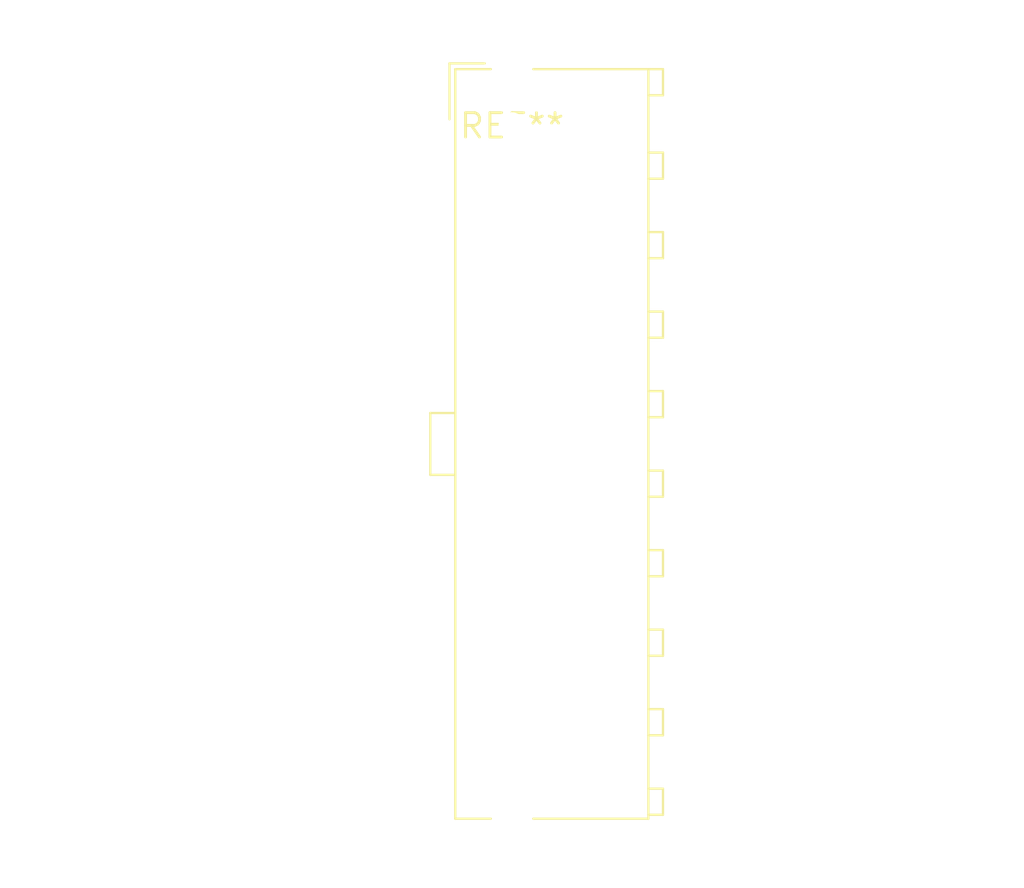
<source format=kicad_pcb>
(kicad_pcb (version 20240108) (generator pcbnew)
  (layers (0 "F.Cu" signal) (31 "B.Cu" signal) (34 "B.Paste" user) (35 "F.Paste" user) (36 "B.SilkS" user "B.Silkscreen") (37 "F.SilkS" user "F.Silkscreen") (38 "B.Mask" user) (39 "F.Mask" user) (44 "Edge.Cuts" user))
  (net 0 "")
  (footprint "TE_MATE-N-LOK_1-794069-x_2x09_P4.14mm_Vertical" (layer "F.Cu") (at 0 0)
    (property "Reference" "REF**")
    (property "Value" "TE_MATE-N-LOK_1-794069-x_2x09_P4.14mm_Vertical")
    (fp_line (start -4.255 14.95) (end -4.255 18.17) (layer "F.SilkS") (stroke (width 0.12)))
    (fp_line (start -4.255 18.17) (end -2.955 18.17) (layer "F.SilkS") (stroke (width 0.12)))
    (fp_line (start -3.255 -3.255) (end -3.255 -0.345) (layer "F.SilkS") (stroke (width 0.12)))
    (fp_line (start -2.955 -2.955) (end -2.955 36.075) (layer "F.SilkS") (stroke (width 0.12)))
    (fp_line (start -2.955 14.95) (end -4.255 14.95) (layer "F.SilkS") (stroke (width 0.12)))
    (fp_line (start -2.955 36.075) (end -1.103302 36.075) (layer "F.SilkS") (stroke (width 0.12)))
    (fp_line (start -1.42066 -3.255) (end -3.255 -3.255) (layer "F.SilkS") (stroke (width 0.12)))
    (fp_line (start -1.103302 -2.955) (end -2.955 -2.955) (layer "F.SilkS") (stroke (width 0.12)))
    (fp_line (start 1.103302 -2.955) (end 7.095 -2.955) (layer "F.SilkS") (stroke (width 0.12)))
    (fp_line (start 7.095 -2.955) (end 7.095 36.075) (layer "F.SilkS") (stroke (width 0.12)))
    (fp_line (start 7.095 -2.955) (end 7.855 -2.955) (layer "F.SilkS") (stroke (width 0.12)))
    (fp_line (start 7.095 1.39) (end 7.855 1.39) (layer "F.SilkS") (stroke (width 0.12)))
    (fp_line (start 7.095 5.53) (end 7.855 5.53) (layer "F.SilkS") (stroke (width 0.12)))
    (fp_line (start 7.095 9.67) (end 7.855 9.67) (layer "F.SilkS") (stroke (width 0.12)))
    (fp_line (start 7.095 13.81) (end 7.855 13.81) (layer "F.SilkS") (stroke (width 0.12)))
    (fp_line (start 7.095 17.95) (end 7.855 17.95) (layer "F.SilkS") (stroke (width 0.12)))
    (fp_line (start 7.095 22.09) (end 7.855 22.09) (layer "F.SilkS") (stroke (width 0.12)))
    (fp_line (start 7.095 26.23) (end 7.855 26.23) (layer "F.SilkS") (stroke (width 0.12)))
    (fp_line (start 7.095 30.37) (end 7.855 30.37) (layer "F.SilkS") (stroke (width 0.12)))
    (fp_line (start 7.095 34.51) (end 7.855 34.51) (layer "F.SilkS") (stroke (width 0.12)))
    (fp_line (start 7.095 36.075) (end 1.103302 36.075) (layer "F.SilkS") (stroke (width 0.12)))
    (fp_line (start 7.855 -2.955) (end 7.855 -1.595) (layer "F.SilkS") (stroke (width 0.12)))
    (fp_line (start 7.855 -1.595) (end 7.095 -1.595) (layer "F.SilkS") (stroke (width 0.12)))
    (fp_line (start 7.855 1.39) (end 7.855 2.75) (layer "F.SilkS") (stroke (width 0.12)))
    (fp_line (start 7.855 2.75) (end 7.095 2.75) (layer "F.SilkS") (stroke (width 0.12)))
    (fp_line (start 7.855 5.53) (end 7.855 6.89) (layer "F.SilkS") (stroke (width 0.12)))
    (fp_line (start 7.855 6.89) (end 7.095 6.89) (layer "F.SilkS") (stroke (width 0.12)))
    (fp_line (start 7.855 9.67) (end 7.855 11.03) (layer "F.SilkS") (stroke (width 0.12)))
    (fp_line (start 7.855 11.03) (end 7.095 11.03) (layer "F.SilkS") (stroke (width 0.12)))
    (fp_line (start 7.855 13.81) (end 7.855 15.17) (layer "F.SilkS") (stroke (width 0.12)))
    (fp_line (start 7.855 15.17) (end 7.095 15.17) (layer "F.SilkS") (stroke (width 0.12)))
    (fp_line (start 7.855 17.95) (end 7.855 19.31) (layer "F.SilkS") (stroke (width 0.12)))
    (fp_line (start 7.855 19.31) (end 7.095 19.31) (layer "F.SilkS") (stroke (width 0.12)))
    (fp_line (start 7.855 22.09) (end 7.855 23.45) (layer "F.SilkS") (stroke (width 0.12)))
    (fp_line (start 7.855 23.45) (end 7.095 23.45) (layer "F.SilkS") (stroke (width 0.12)))
    (fp_line (start 7.855 26.23) (end 7.855 27.59) (layer "F.SilkS") (stroke (width 0.12)))
    (fp_line (start 7.855 27.59) (end 7.095 27.59) (layer "F.SilkS") (stroke (width 0.12)))
    (fp_line (start 7.855 30.37) (end 7.855 31.73) (layer "F.SilkS") (stroke (width 0.12)))
    (fp_line (start 7.855 31.73) (end 7.095 31.73) (layer "F.SilkS") (stroke (width 0.12)))
    (fp_line (start 7.855 34.51) (end 7.855 35.87) (layer "F.SilkS") (stroke (width 0.12)))
    (fp_line (start 7.855 35.87) (end 7.095 35.87) (layer "F.SilkS") (stroke (width 0.12)))
    (pad "" np_thru_hole circle (at 0 -4.44) (size 3.18 3.18) (drill 3.18) (layers *.Cu *.Mask))
    (pad "" np_thru_hole circle (at 0 37.56) (size 3.18 3.18) (drill 3.18) (layers *.Cu *.Mask))
    (pad "1" thru_hole roundrect (at 0 0) (size 2.64 2.64) (drill 1.4) (layers *.Cu *.Mask) (remove_unused_layers) (roundrect_rratio 0.094697))
    (pad "2" thru_hole circle (at 0 4.14) (size 2.64 2.64) (drill 1.4) (layers *.Cu *.Mask) (remove_unused_layers))
    (pad "3" thru_hole circle (at 0 8.28) (size 2.64 2.64) (drill 1.4) (layers *.Cu *.Mask) (remove_unused_layers))
    (pad "4" thru_hole circle (at 0 12.42) (size 2.64 2.64) (drill 1.4) (layers *.Cu *.Mask) (remove_unused_layers))
    (pad "5" thru_hole circle (at 0 16.56) (size 2.64 2.64) (drill 1.4) (layers *.Cu *.Mask) (remove_unused_layers))
    (pad "6" thru_hole circle (at 0 20.7) (size 2.64 2.64) (drill 1.4) (layers *.Cu *.Mask) (remove_unused_layers))
    (pad "7" thru_hole circle (at 0 24.84) (size 2.64 2.64) (drill 1.4) (layers *.Cu *.Mask) (remove_unused_layers))
    (pad "8" thru_hole circle (at 0 28.98) (size 2.64 2.64) (drill 1.4) (layers *.Cu *.Mask) (remove_unused_layers))
    (pad "9" thru_hole circle (at 0 33.12) (size 2.64 2.64) (drill 1.4) (layers *.Cu *.Mask) (remove_unused_layers))
    (pad "10" thru_hole circle (at 4.14 0) (size 2.64 2.64) (drill 1.4) (layers *.Cu *.Mask) (remove_unused_layers))
    (pad "11" thru_hole circle (at 4.14 4.14) (size 2.64 2.64) (drill 1.4) (layers *.Cu *.Mask) (remove_unused_layers))
    (pad "12" thru_hole circle (at 4.14 8.28) (size 2.64 2.64) (drill 1.4) (layers *.Cu *.Mask) (remove_unused_layers))
    (pad "13" thru_hole circle (at 4.14 12.42) (size 2.64 2.64) (drill 1.4) (layers *.Cu *.Mask) (remove_unused_layers))
    (pad "14" thru_hole circle (at 4.14 16.56) (size 2.64 2.64) (drill 1.4) (layers *.Cu *.Mask) (remove_unused_layers))
    (pad "15" thru_hole circle (at 4.14 20.7) (size 2.64 2.64) (drill 1.4) (layers *.Cu *.Mask) (remove_unused_layers))
    (pad "16" thru_hole circle (at 4.14 24.84) (size 2.64 2.64) (drill 1.4) (layers *.Cu *.Mask) (remove_unused_layers))
    (pad "17" thru_hole circle (at 4.14 28.98) (size 2.64 2.64) (drill 1.4) (layers *.Cu *.Mask) (remove_unused_layers))
    (pad "18" thru_hole circle (at 4.14 33.12) (size 2.64 2.64) (drill 1.4) (layers *.Cu *.Mask) (remove_unused_layers))
  )
)
</source>
